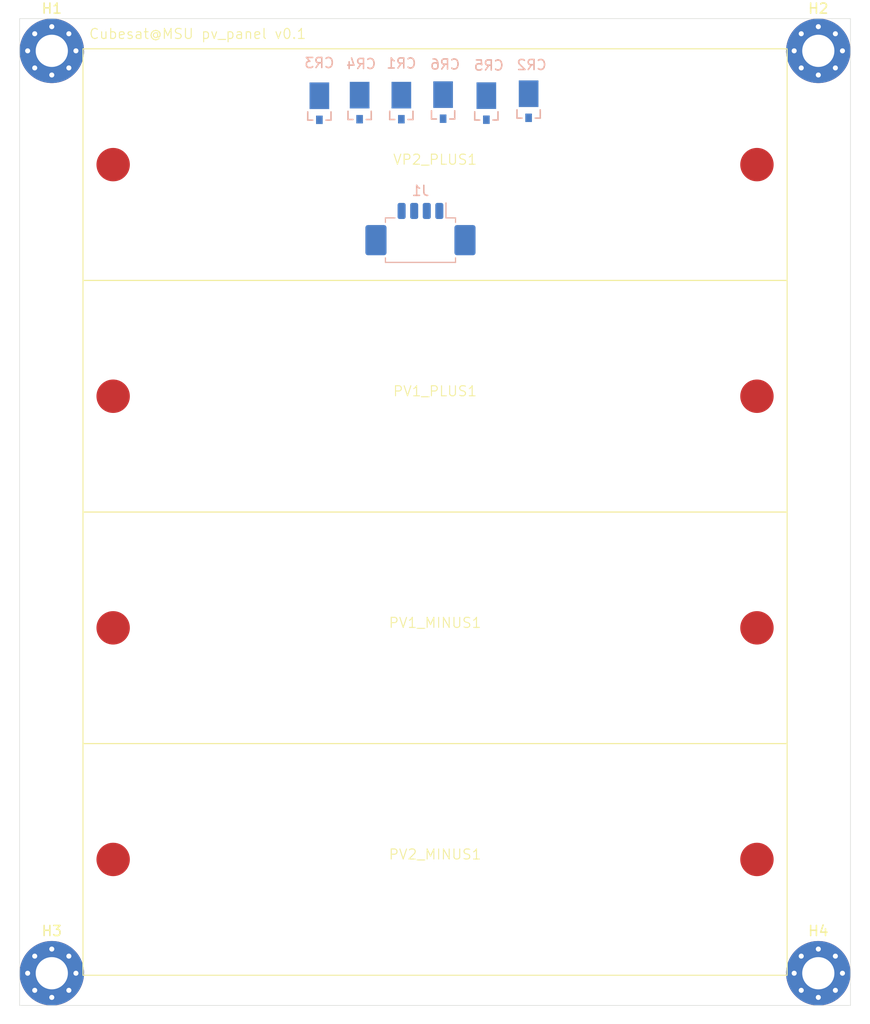
<source format=kicad_pcb>
(kicad_pcb (version 20241229) (generator "pcbnew") (generator_version "9.0")
  (layers (0 "F.Cu" signal) (2 "B.Cu" power) (13 "F.Paste" user) (15 "B.Paste" user) (5 "F.SilkS" user "F.Silkscreen") (7 "B.SilkS" user "B.Silkscreen") (1 "F.Mask" user) (3 "B.Mask" user) (25 "Edge.Cuts" user))
  (net 0 "")
  (net 1 "VPV_PLUS")
  (net 2 "Net-(PV1_PLUS1-+)")
  (net 3 "VPV_MINUS")
  (net 4 "Net-(PV1_MINUS1-+)")
  (net 5 "Net-(PV1_MINUS1--)")
  (net 6 "GND")
  (net 7 "Net-(PV1_PLUS1--)")
  (footprint "SM141K10TF:Untitled" (layer "F.Cu") (at 146.6 53.4)
    (property "Reference" "VP2_PLUS1" (at 0 -0.5 0) (layer "F.SilkS") (effects (font (thickness 0.1))))
    (property "Value" "SM141K10TF")
    (fp_line (start -35 -11.5) (end 35 -11.5) (stroke (width 0.1)) (layer "F.SilkS"))
    (fp_line (start -35 11.5) (end -35 -11.5) (stroke (width 0.1)) (layer "F.SilkS"))
    (fp_line (start 35 -11.5) (end 35 11.5) (stroke (width 0.1)) (layer "F.SilkS"))
    (fp_line (start 35 11.5) (end -35 11.5) (stroke (width 0.1)) (layer "F.SilkS"))
    (pad "1" smd circle (at -32 0) (size 3.32 3.32) (layers "F.Cu" "F.Mask" "F.Paste") (net 7 "Net-(PV1_PLUS1--)"))
    (pad "2" smd circle (at 32 0) (size 3.32 3.32) (layers "F.Cu" "F.Mask" "F.Paste") (net 6 "GND"))
  )
  (footprint "SM141K10TF:Untitled" (layer "F.Cu") (at 146.6 99.4)
    (property "Reference" "PV1_MINUS1" (at 0 -0.5 0) (layer "F.SilkS") (effects (font (thickness 0.1))))
    (property "Value" "SM141K10TF")
    (fp_line (start -35 -11.5) (end 35 -11.5) (stroke (width 0.1)) (layer "F.SilkS"))
    (fp_line (start -35 11.5) (end -35 -11.5) (stroke (width 0.1)) (layer "F.SilkS"))
    (fp_line (start 35 -11.5) (end 35 11.5) (stroke (width 0.1)) (layer "F.SilkS"))
    (fp_line (start 35 11.5) (end -35 11.5) (stroke (width 0.1)) (layer "F.SilkS"))
    (pad "1" smd circle (at -32 0) (size 3.32 3.32) (layers "F.Cu" "F.Mask" "F.Paste") (net 4 "Net-(PV1_MINUS1-+)"))
    (pad "2" smd circle (at 32 0) (size 3.32 3.32) (layers "F.Cu" "F.Mask" "F.Paste") (net 5 "Net-(PV1_MINUS1--)"))
  )
  (footprint "SM141K10TF:Untitled" (layer "F.Cu") (at 146.6 76.4)
    (property "Reference" "PV1_PLUS1" (at 0 -0.5 0) (layer "F.SilkS") (effects (font (thickness 0.1))))
    (property "Value" "SM141K10TF")
    (fp_line (start -35 -11.5) (end 35 -11.5) (stroke (width 0.1)) (layer "F.SilkS"))
    (fp_line (start -35 11.5) (end -35 -11.5) (stroke (width 0.1)) (layer "F.SilkS"))
    (fp_line (start 35 -11.5) (end 35 11.5) (stroke (width 0.1)) (layer "F.SilkS"))
    (fp_line (start 35 11.5) (end -35 11.5) (stroke (width 0.1)) (layer "F.SilkS"))
    (pad "1" smd circle (at -32 0) (size 3.32 3.32) (layers "F.Cu" "F.Mask" "F.Paste") (net 2 "Net-(PV1_PLUS1-+)"))
    (pad "2" smd circle (at 32 0) (size 3.32 3.32) (layers "F.Cu" "F.Mask" "F.Paste") (net 7 "Net-(PV1_PLUS1--)"))
  )
  (footprint "MountingHole:MountingHole_3.2mm_M3_Pad_Via" (layer "F.Cu") (at 108.5 42.1)
    (property "Reference" "H1" (at 0 -4.2 0) (layer "F.SilkS"))
    (property "Value" "MountingHole")
    (pad "1" thru_hole circle (at -2.4 0) (size 0.8 0.8) (drill 0.5) (layers "*.Cu" "*.Mask" "In1.Cu" "In2.Cu" "In3.Cu" "In4.Cu" "In5.Cu" "In6.Cu" "In7.Cu" "In8.Cu" "In9.Cu" "In10.Cu" "In11.Cu" "In12.Cu" "In13.Cu" "In14.Cu" "In15.Cu" "In16.Cu" "In17.Cu" "In18.Cu" "In19.Cu" "In20.Cu" "In21.Cu" "In22.Cu" "In23.Cu" "In24.Cu" "In25.Cu" "In26.Cu" "In27.Cu" "In28.Cu" "In29.Cu" "In30.Cu"))
    (pad "1" thru_hole circle (at -1.697056 -1.697056) (size 0.8 0.8) (drill 0.5) (layers "*.Cu" "*.Mask" "In1.Cu" "In2.Cu" "In3.Cu" "In4.Cu" "In5.Cu" "In6.Cu" "In7.Cu" "In8.Cu" "In9.Cu" "In10.Cu" "In11.Cu" "In12.Cu" "In13.Cu" "In14.Cu" "In15.Cu" "In16.Cu" "In17.Cu" "In18.Cu" "In19.Cu" "In20.Cu" "In21.Cu" "In22.Cu" "In23.Cu" "In24.Cu" "In25.Cu" "In26.Cu" "In27.Cu" "In28.Cu" "In29.Cu" "In30.Cu"))
    (pad "1" thru_hole circle (at -1.697056 1.697056) (size 0.8 0.8) (drill 0.5) (layers "*.Cu" "*.Mask" "In1.Cu" "In2.Cu" "In3.Cu" "In4.Cu" "In5.Cu" "In6.Cu" "In7.Cu" "In8.Cu" "In9.Cu" "In10.Cu" "In11.Cu" "In12.Cu" "In13.Cu" "In14.Cu" "In15.Cu" "In16.Cu" "In17.Cu" "In18.Cu" "In19.Cu" "In20.Cu" "In21.Cu" "In22.Cu" "In23.Cu" "In24.Cu" "In25.Cu" "In26.Cu" "In27.Cu" "In28.Cu" "In29.Cu" "In30.Cu"))
    (pad "1" thru_hole circle (at 0 -2.4) (size 0.8 0.8) (drill 0.5) (layers "*.Cu" "*.Mask" "In1.Cu" "In2.Cu" "In3.Cu" "In4.Cu" "In5.Cu" "In6.Cu" "In7.Cu" "In8.Cu" "In9.Cu" "In10.Cu" "In11.Cu" "In12.Cu" "In13.Cu" "In14.Cu" "In15.Cu" "In16.Cu" "In17.Cu" "In18.Cu" "In19.Cu" "In20.Cu" "In21.Cu" "In22.Cu" "In23.Cu" "In24.Cu" "In25.Cu" "In26.Cu" "In27.Cu" "In28.Cu" "In29.Cu" "In30.Cu"))
    (pad "1" thru_hole circle (at 0 0) (size 6.4 6.4) (drill 3.2) (layers "*.Cu" "*.Mask" "In1.Cu" "In2.Cu" "In3.Cu" "In4.Cu" "In5.Cu" "In6.Cu" "In7.Cu" "In8.Cu" "In9.Cu" "In10.Cu" "In11.Cu" "In12.Cu" "In13.Cu" "In14.Cu" "In15.Cu" "In16.Cu" "In17.Cu" "In18.Cu" "In19.Cu" "In20.Cu" "In21.Cu" "In22.Cu" "In23.Cu" "In24.Cu" "In25.Cu" "In26.Cu" "In27.Cu" "In28.Cu" "In29.Cu" "In30.Cu"))
    (pad "1" thru_hole circle (at 0 2.4) (size 0.8 0.8) (drill 0.5) (layers "*.Cu" "*.Mask" "In1.Cu" "In2.Cu" "In3.Cu" "In4.Cu" "In5.Cu" "In6.Cu" "In7.Cu" "In8.Cu" "In9.Cu" "In10.Cu" "In11.Cu" "In12.Cu" "In13.Cu" "In14.Cu" "In15.Cu" "In16.Cu" "In17.Cu" "In18.Cu" "In19.Cu" "In20.Cu" "In21.Cu" "In22.Cu" "In23.Cu" "In24.Cu" "In25.Cu" "In26.Cu" "In27.Cu" "In28.Cu" "In29.Cu" "In30.Cu"))
    (pad "1" thru_hole circle (at 1.697056 -1.697056) (size 0.8 0.8) (drill 0.5) (layers "*.Cu" "*.Mask" "In1.Cu" "In2.Cu" "In3.Cu" "In4.Cu" "In5.Cu" "In6.Cu" "In7.Cu" "In8.Cu" "In9.Cu" "In10.Cu" "In11.Cu" "In12.Cu" "In13.Cu" "In14.Cu" "In15.Cu" "In16.Cu" "In17.Cu" "In18.Cu" "In19.Cu" "In20.Cu" "In21.Cu" "In22.Cu" "In23.Cu" "In24.Cu" "In25.Cu" "In26.Cu" "In27.Cu" "In28.Cu" "In29.Cu" "In30.Cu"))
    (pad "1" thru_hole circle (at 1.697056 1.697056) (size 0.8 0.8) (drill 0.5) (layers "*.Cu" "*.Mask" "In1.Cu" "In2.Cu" "In3.Cu" "In4.Cu" "In5.Cu" "In6.Cu" "In7.Cu" "In8.Cu" "In9.Cu" "In10.Cu" "In11.Cu" "In12.Cu" "In13.Cu" "In14.Cu" "In15.Cu" "In16.Cu" "In17.Cu" "In18.Cu" "In19.Cu" "In20.Cu" "In21.Cu" "In22.Cu" "In23.Cu" "In24.Cu" "In25.Cu" "In26.Cu" "In27.Cu" "In28.Cu" "In29.Cu" "In30.Cu"))
    (pad "1" thru_hole circle (at 2.4 0) (size 0.8 0.8) (drill 0.5) (layers "*.Cu" "*.Mask" "In1.Cu" "In2.Cu" "In3.Cu" "In4.Cu" "In5.Cu" "In6.Cu" "In7.Cu" "In8.Cu" "In9.Cu" "In10.Cu" "In11.Cu" "In12.Cu" "In13.Cu" "In14.Cu" "In15.Cu" "In16.Cu" "In17.Cu" "In18.Cu" "In19.Cu" "In20.Cu" "In21.Cu" "In22.Cu" "In23.Cu" "In24.Cu" "In25.Cu" "In26.Cu" "In27.Cu" "In28.Cu" "In29.Cu" "In30.Cu"))
  )
  (footprint "SM141K10TF:Untitled" (layer "F.Cu") (at 146.6 122.4)
    (property "Reference" "PV2_MINUS1" (at 0 -0.5 0) (layer "F.SilkS") (effects (font (thickness 0.1))))
    (property "Value" "SM141K10TF")
    (fp_line (start -35 -11.5) (end 35 -11.5) (stroke (width 0.1)) (layer "F.SilkS"))
    (fp_line (start -35 11.5) (end -35 -11.5) (stroke (width 0.1)) (layer "F.SilkS"))
    (fp_line (start 35 -11.5) (end 35 11.5) (stroke (width 0.1)) (layer "F.SilkS"))
    (fp_line (start 35 11.5) (end -35 11.5) (stroke (width 0.1)) (layer "F.SilkS"))
    (pad "1" smd circle (at -32 0) (size 3.32 3.32) (layers "F.Cu" "F.Mask" "F.Paste") (net 5 "Net-(PV1_MINUS1--)"))
    (pad "2" smd circle (at 32 0) (size 3.32 3.32) (layers "F.Cu" "F.Mask" "F.Paste") (net 6 "GND"))
  )
  (footprint "MountingHole:MountingHole_3.2mm_M3_Pad_Via" (layer "F.Cu") (at 184.7 133.7)
    (property "Reference" "H4" (at 0 -4.2 0) (layer "F.SilkS"))
    (property "Value" "MountingHole")
    (pad "1" thru_hole circle (at -2.4 0) (size 0.8 0.8) (drill 0.5) (layers "*.Cu" "*.Mask" "In1.Cu" "In2.Cu" "In3.Cu" "In4.Cu" "In5.Cu" "In6.Cu" "In7.Cu" "In8.Cu" "In9.Cu" "In10.Cu" "In11.Cu" "In12.Cu" "In13.Cu" "In14.Cu" "In15.Cu" "In16.Cu" "In17.Cu" "In18.Cu" "In19.Cu" "In20.Cu" "In21.Cu" "In22.Cu" "In23.Cu" "In24.Cu" "In25.Cu" "In26.Cu" "In27.Cu" "In28.Cu" "In29.Cu" "In30.Cu"))
    (pad "1" thru_hole circle (at -1.697056 -1.697056) (size 0.8 0.8) (drill 0.5) (layers "*.Cu" "*.Mask" "In1.Cu" "In2.Cu" "In3.Cu" "In4.Cu" "In5.Cu" "In6.Cu" "In7.Cu" "In8.Cu" "In9.Cu" "In10.Cu" "In11.Cu" "In12.Cu" "In13.Cu" "In14.Cu" "In15.Cu" "In16.Cu" "In17.Cu" "In18.Cu" "In19.Cu" "In20.Cu" "In21.Cu" "In22.Cu" "In23.Cu" "In24.Cu" "In25.Cu" "In26.Cu" "In27.Cu" "In28.Cu" "In29.Cu" "In30.Cu"))
    (pad "1" thru_hole circle (at -1.697056 1.697056) (size 0.8 0.8) (drill 0.5) (layers "*.Cu" "*.Mask" "In1.Cu" "In2.Cu" "In3.Cu" "In4.Cu" "In5.Cu" "In6.Cu" "In7.Cu" "In8.Cu" "In9.Cu" "In10.Cu" "In11.Cu" "In12.Cu" "In13.Cu" "In14.Cu" "In15.Cu" "In16.Cu" "In17.Cu" "In18.Cu" "In19.Cu" "In20.Cu" "In21.Cu" "In22.Cu" "In23.Cu" "In24.Cu" "In25.Cu" "In26.Cu" "In27.Cu" "In28.Cu" "In29.Cu" "In30.Cu"))
    (pad "1" thru_hole circle (at 0 -2.4) (size 0.8 0.8) (drill 0.5) (layers "*.Cu" "*.Mask" "In1.Cu" "In2.Cu" "In3.Cu" "In4.Cu" "In5.Cu" "In6.Cu" "In7.Cu" "In8.Cu" "In9.Cu" "In10.Cu" "In11.Cu" "In12.Cu" "In13.Cu" "In14.Cu" "In15.Cu" "In16.Cu" "In17.Cu" "In18.Cu" "In19.Cu" "In20.Cu" "In21.Cu" "In22.Cu" "In23.Cu" "In24.Cu" "In25.Cu" "In26.Cu" "In27.Cu" "In28.Cu" "In29.Cu" "In30.Cu"))
    (pad "1" thru_hole circle (at 0 0) (size 6.4 6.4) (drill 3.2) (layers "*.Cu" "*.Mask" "In1.Cu" "In2.Cu" "In3.Cu" "In4.Cu" "In5.Cu" "In6.Cu" "In7.Cu" "In8.Cu" "In9.Cu" "In10.Cu" "In11.Cu" "In12.Cu" "In13.Cu" "In14.Cu" "In15.Cu" "In16.Cu" "In17.Cu" "In18.Cu" "In19.Cu" "In20.Cu" "In21.Cu" "In22.Cu" "In23.Cu" "In24.Cu" "In25.Cu" "In26.Cu" "In27.Cu" "In28.Cu" "In29.Cu" "In30.Cu"))
    (pad "1" thru_hole circle (at 0 2.4) (size 0.8 0.8) (drill 0.5) (layers "*.Cu" "*.Mask" "In1.Cu" "In2.Cu" "In3.Cu" "In4.Cu" "In5.Cu" "In6.Cu" "In7.Cu" "In8.Cu" "In9.Cu" "In10.Cu" "In11.Cu" "In12.Cu" "In13.Cu" "In14.Cu" "In15.Cu" "In16.Cu" "In17.Cu" "In18.Cu" "In19.Cu" "In20.Cu" "In21.Cu" "In22.Cu" "In23.Cu" "In24.Cu" "In25.Cu" "In26.Cu" "In27.Cu" "In28.Cu" "In29.Cu" "In30.Cu"))
    (pad "1" thru_hole circle (at 1.697056 -1.697056) (size 0.8 0.8) (drill 0.5) (layers "*.Cu" "*.Mask" "In1.Cu" "In2.Cu" "In3.Cu" "In4.Cu" "In5.Cu" "In6.Cu" "In7.Cu" "In8.Cu" "In9.Cu" "In10.Cu" "In11.Cu" "In12.Cu" "In13.Cu" "In14.Cu" "In15.Cu" "In16.Cu" "In17.Cu" "In18.Cu" "In19.Cu" "In20.Cu" "In21.Cu" "In22.Cu" "In23.Cu" "In24.Cu" "In25.Cu" "In26.Cu" "In27.Cu" "In28.Cu" "In29.Cu" "In30.Cu"))
    (pad "1" thru_hole circle (at 1.697056 1.697056) (size 0.8 0.8) (drill 0.5) (layers "*.Cu" "*.Mask" "In1.Cu" "In2.Cu" "In3.Cu" "In4.Cu" "In5.Cu" "In6.Cu" "In7.Cu" "In8.Cu" "In9.Cu" "In10.Cu" "In11.Cu" "In12.Cu" "In13.Cu" "In14.Cu" "In15.Cu" "In16.Cu" "In17.Cu" "In18.Cu" "In19.Cu" "In20.Cu" "In21.Cu" "In22.Cu" "In23.Cu" "In24.Cu" "In25.Cu" "In26.Cu" "In27.Cu" "In28.Cu" "In29.Cu" "In30.Cu"))
    (pad "1" thru_hole circle (at 2.4 0) (size 0.8 0.8) (drill 0.5) (layers "*.Cu" "*.Mask" "In1.Cu" "In2.Cu" "In3.Cu" "In4.Cu" "In5.Cu" "In6.Cu" "In7.Cu" "In8.Cu" "In9.Cu" "In10.Cu" "In11.Cu" "In12.Cu" "In13.Cu" "In14.Cu" "In15.Cu" "In16.Cu" "In17.Cu" "In18.Cu" "In19.Cu" "In20.Cu" "In21.Cu" "In22.Cu" "In23.Cu" "In24.Cu" "In25.Cu" "In26.Cu" "In27.Cu" "In28.Cu" "In29.Cu" "In30.Cu"))
  )
  (footprint "MountingHole:MountingHole_3.2mm_M3_Pad_Via" (layer "F.Cu") (at 108.5 133.7)
    (property "Reference" "H3" (at 0 -4.2 0) (layer "F.SilkS"))
    (property "Value" "MountingHole")
    (pad "1" thru_hole circle (at -2.4 0) (size 0.8 0.8) (drill 0.5) (layers "*.Cu" "*.Mask" "In1.Cu" "In2.Cu" "In3.Cu" "In4.Cu" "In5.Cu" "In6.Cu" "In7.Cu" "In8.Cu" "In9.Cu" "In10.Cu" "In11.Cu" "In12.Cu" "In13.Cu" "In14.Cu" "In15.Cu" "In16.Cu" "In17.Cu" "In18.Cu" "In19.Cu" "In20.Cu" "In21.Cu" "In22.Cu" "In23.Cu" "In24.Cu" "In25.Cu" "In26.Cu" "In27.Cu" "In28.Cu" "In29.Cu" "In30.Cu"))
    (pad "1" thru_hole circle (at -1.697056 -1.697056) (size 0.8 0.8) (drill 0.5) (layers "*.Cu" "*.Mask" "In1.Cu" "In2.Cu" "In3.Cu" "In4.Cu" "In5.Cu" "In6.Cu" "In7.Cu" "In8.Cu" "In9.Cu" "In10.Cu" "In11.Cu" "In12.Cu" "In13.Cu" "In14.Cu" "In15.Cu" "In16.Cu" "In17.Cu" "In18.Cu" "In19.Cu" "In20.Cu" "In21.Cu" "In22.Cu" "In23.Cu" "In24.Cu" "In25.Cu" "In26.Cu" "In27.Cu" "In28.Cu" "In29.Cu" "In30.Cu"))
    (pad "1" thru_hole circle (at -1.697056 1.697056) (size 0.8 0.8) (drill 0.5) (layers "*.Cu" "*.Mask" "In1.Cu" "In2.Cu" "In3.Cu" "In4.Cu" "In5.Cu" "In6.Cu" "In7.Cu" "In8.Cu" "In9.Cu" "In10.Cu" "In11.Cu" "In12.Cu" "In13.Cu" "In14.Cu" "In15.Cu" "In16.Cu" "In17.Cu" "In18.Cu" "In19.Cu" "In20.Cu" "In21.Cu" "In22.Cu" "In23.Cu" "In24.Cu" "In25.Cu" "In26.Cu" "In27.Cu" "In28.Cu" "In29.Cu" "In30.Cu"))
    (pad "1" thru_hole circle (at 0 -2.4) (size 0.8 0.8) (drill 0.5) (layers "*.Cu" "*.Mask" "In1.Cu" "In2.Cu" "In3.Cu" "In4.Cu" "In5.Cu" "In6.Cu" "In7.Cu" "In8.Cu" "In9.Cu" "In10.Cu" "In11.Cu" "In12.Cu" "In13.Cu" "In14.Cu" "In15.Cu" "In16.Cu" "In17.Cu" "In18.Cu" "In19.Cu" "In20.Cu" "In21.Cu" "In22.Cu" "In23.Cu" "In24.Cu" "In25.Cu" "In26.Cu" "In27.Cu" "In28.Cu" "In29.Cu" "In30.Cu"))
    (pad "1" thru_hole circle (at 0 0) (size 6.4 6.4) (drill 3.2) (layers "*.Cu" "*.Mask" "In1.Cu" "In2.Cu" "In3.Cu" "In4.Cu" "In5.Cu" "In6.Cu" "In7.Cu" "In8.Cu" "In9.Cu" "In10.Cu" "In11.Cu" "In12.Cu" "In13.Cu" "In14.Cu" "In15.Cu" "In16.Cu" "In17.Cu" "In18.Cu" "In19.Cu" "In20.Cu" "In21.Cu" "In22.Cu" "In23.Cu" "In24.Cu" "In25.Cu" "In26.Cu" "In27.Cu" "In28.Cu" "In29.Cu" "In30.Cu"))
    (pad "1" thru_hole circle (at 0 2.4) (size 0.8 0.8) (drill 0.5) (layers "*.Cu" "*.Mask" "In1.Cu" "In2.Cu" "In3.Cu" "In4.Cu" "In5.Cu" "In6.Cu" "In7.Cu" "In8.Cu" "In9.Cu" "In10.Cu" "In11.Cu" "In12.Cu" "In13.Cu" "In14.Cu" "In15.Cu" "In16.Cu" "In17.Cu" "In18.Cu" "In19.Cu" "In20.Cu" "In21.Cu" "In22.Cu" "In23.Cu" "In24.Cu" "In25.Cu" "In26.Cu" "In27.Cu" "In28.Cu" "In29.Cu" "In30.Cu"))
    (pad "1" thru_hole circle (at 1.697056 -1.697056) (size 0.8 0.8) (drill 0.5) (layers "*.Cu" "*.Mask" "In1.Cu" "In2.Cu" "In3.Cu" "In4.Cu" "In5.Cu" "In6.Cu" "In7.Cu" "In8.Cu" "In9.Cu" "In10.Cu" "In11.Cu" "In12.Cu" "In13.Cu" "In14.Cu" "In15.Cu" "In16.Cu" "In17.Cu" "In18.Cu" "In19.Cu" "In20.Cu" "In21.Cu" "In22.Cu" "In23.Cu" "In24.Cu" "In25.Cu" "In26.Cu" "In27.Cu" "In28.Cu" "In29.Cu" "In30.Cu"))
    (pad "1" thru_hole circle (at 1.697056 1.697056) (size 0.8 0.8) (drill 0.5) (layers "*.Cu" "*.Mask" "In1.Cu" "In2.Cu" "In3.Cu" "In4.Cu" "In5.Cu" "In6.Cu" "In7.Cu" "In8.Cu" "In9.Cu" "In10.Cu" "In11.Cu" "In12.Cu" "In13.Cu" "In14.Cu" "In15.Cu" "In16.Cu" "In17.Cu" "In18.Cu" "In19.Cu" "In20.Cu" "In21.Cu" "In22.Cu" "In23.Cu" "In24.Cu" "In25.Cu" "In26.Cu" "In27.Cu" "In28.Cu" "In29.Cu" "In30.Cu"))
    (pad "1" thru_hole circle (at 2.4 0) (size 0.8 0.8) (drill 0.5) (layers "*.Cu" "*.Mask" "In1.Cu" "In2.Cu" "In3.Cu" "In4.Cu" "In5.Cu" "In6.Cu" "In7.Cu" "In8.Cu" "In9.Cu" "In10.Cu" "In11.Cu" "In12.Cu" "In13.Cu" "In14.Cu" "In15.Cu" "In16.Cu" "In17.Cu" "In18.Cu" "In19.Cu" "In20.Cu" "In21.Cu" "In22.Cu" "In23.Cu" "In24.Cu" "In25.Cu" "In26.Cu" "In27.Cu" "In28.Cu" "In29.Cu" "In30.Cu"))
  )
  (footprint "MountingHole:MountingHole_3.2mm_M3_Pad_Via" (layer "F.Cu") (at 184.7 42.1)
    (property "Reference" "H2" (at 0 -4.2 0) (layer "F.SilkS"))
    (property "Value" "MountingHole")
    (pad "1" thru_hole circle (at -2.4 0) (size 0.8 0.8) (drill 0.5) (layers "*.Cu" "*.Mask" "In1.Cu" "In2.Cu" "In3.Cu" "In4.Cu" "In5.Cu" "In6.Cu" "In7.Cu" "In8.Cu" "In9.Cu" "In10.Cu" "In11.Cu" "In12.Cu" "In13.Cu" "In14.Cu" "In15.Cu" "In16.Cu" "In17.Cu" "In18.Cu" "In19.Cu" "In20.Cu" "In21.Cu" "In22.Cu" "In23.Cu" "In24.Cu" "In25.Cu" "In26.Cu" "In27.Cu" "In28.Cu" "In29.Cu" "In30.Cu"))
    (pad "1" thru_hole circle (at -1.697056 -1.697056) (size 0.8 0.8) (drill 0.5) (layers "*.Cu" "*.Mask" "In1.Cu" "In2.Cu" "In3.Cu" "In4.Cu" "In5.Cu" "In6.Cu" "In7.Cu" "In8.Cu" "In9.Cu" "In10.Cu" "In11.Cu" "In12.Cu" "In13.Cu" "In14.Cu" "In15.Cu" "In16.Cu" "In17.Cu" "In18.Cu" "In19.Cu" "In20.Cu" "In21.Cu" "In22.Cu" "In23.Cu" "In24.Cu" "In25.Cu" "In26.Cu" "In27.Cu" "In28.Cu" "In29.Cu" "In30.Cu"))
    (pad "1" thru_hole circle (at -1.697056 1.697056) (size 0.8 0.8) (drill 0.5) (layers "*.Cu" "*.Mask" "In1.Cu" "In2.Cu" "In3.Cu" "In4.Cu" "In5.Cu" "In6.Cu" "In7.Cu" "In8.Cu" "In9.Cu" "In10.Cu" "In11.Cu" "In12.Cu" "In13.Cu" "In14.Cu" "In15.Cu" "In16.Cu" "In17.Cu" "In18.Cu" "In19.Cu" "In20.Cu" "In21.Cu" "In22.Cu" "In23.Cu" "In24.Cu" "In25.Cu" "In26.Cu" "In27.Cu" "In28.Cu" "In29.Cu" "In30.Cu"))
    (pad "1" thru_hole circle (at 0 -2.4) (size 0.8 0.8) (drill 0.5) (layers "*.Cu" "*.Mask" "In1.Cu" "In2.Cu" "In3.Cu" "In4.Cu" "In5.Cu" "In6.Cu" "In7.Cu" "In8.Cu" "In9.Cu" "In10.Cu" "In11.Cu" "In12.Cu" "In13.Cu" "In14.Cu" "In15.Cu" "In16.Cu" "In17.Cu" "In18.Cu" "In19.Cu" "In20.Cu" "In21.Cu" "In22.Cu" "In23.Cu" "In24.Cu" "In25.Cu" "In26.Cu" "In27.Cu" "In28.Cu" "In29.Cu" "In30.Cu"))
    (pad "1" thru_hole circle (at 0 0) (size 6.4 6.4) (drill 3.2) (layers "*.Cu" "*.Mask" "In1.Cu" "In2.Cu" "In3.Cu" "In4.Cu" "In5.Cu" "In6.Cu" "In7.Cu" "In8.Cu" "In9.Cu" "In10.Cu" "In11.Cu" "In12.Cu" "In13.Cu" "In14.Cu" "In15.Cu" "In16.Cu" "In17.Cu" "In18.Cu" "In19.Cu" "In20.Cu" "In21.Cu" "In22.Cu" "In23.Cu" "In24.Cu" "In25.Cu" "In26.Cu" "In27.Cu" "In28.Cu" "In29.Cu" "In30.Cu"))
    (pad "1" thru_hole circle (at 0 2.4) (size 0.8 0.8) (drill 0.5) (layers "*.Cu" "*.Mask" "In1.Cu" "In2.Cu" "In3.Cu" "In4.Cu" "In5.Cu" "In6.Cu" "In7.Cu" "In8.Cu" "In9.Cu" "In10.Cu" "In11.Cu" "In12.Cu" "In13.Cu" "In14.Cu" "In15.Cu" "In16.Cu" "In17.Cu" "In18.Cu" "In19.Cu" "In20.Cu" "In21.Cu" "In22.Cu" "In23.Cu" "In24.Cu" "In25.Cu" "In26.Cu" "In27.Cu" "In28.Cu" "In29.Cu" "In30.Cu"))
    (pad "1" thru_hole circle (at 1.697056 -1.697056) (size 0.8 0.8) (drill 0.5) (layers "*.Cu" "*.Mask" "In1.Cu" "In2.Cu" "In3.Cu" "In4.Cu" "In5.Cu" "In6.Cu" "In7.Cu" "In8.Cu" "In9.Cu" "In10.Cu" "In11.Cu" "In12.Cu" "In13.Cu" "In14.Cu" "In15.Cu" "In16.Cu" "In17.Cu" "In18.Cu" "In19.Cu" "In20.Cu" "In21.Cu" "In22.Cu" "In23.Cu" "In24.Cu" "In25.Cu" "In26.Cu" "In27.Cu" "In28.Cu" "In29.Cu" "In30.Cu"))
    (pad "1" thru_hole circle (at 1.697056 1.697056) (size 0.8 0.8) (drill 0.5) (layers "*.Cu" "*.Mask" "In1.Cu" "In2.Cu" "In3.Cu" "In4.Cu" "In5.Cu" "In6.Cu" "In7.Cu" "In8.Cu" "In9.Cu" "In10.Cu" "In11.Cu" "In12.Cu" "In13.Cu" "In14.Cu" "In15.Cu" "In16.Cu" "In17.Cu" "In18.Cu" "In19.Cu" "In20.Cu" "In21.Cu" "In22.Cu" "In23.Cu" "In24.Cu" "In25.Cu" "In26.Cu" "In27.Cu" "In28.Cu" "In29.Cu" "In30.Cu"))
    (pad "1" thru_hole circle (at 2.4 0) (size 0.8 0.8) (drill 0.5) (layers "*.Cu" "*.Mask" "In1.Cu" "In2.Cu" "In3.Cu" "In4.Cu" "In5.Cu" "In6.Cu" "In7.Cu" "In8.Cu" "In9.Cu" "In10.Cu" "In11.Cu" "In12.Cu" "In13.Cu" "In14.Cu" "In15.Cu" "In16.Cu" "In17.Cu" "In18.Cu" "In19.Cu" "In20.Cu" "In21.Cu" "In22.Cu" "In23.Cu" "In24.Cu" "In25.Cu" "In26.Cu" "In27.Cu" "In28.Cu" "In29.Cu" "In30.Cu"))
  )
  (footprint "Connector_Molex:Molex_PicoBlade_53261-0471_1x04-1MP_P1.25mm_Horizontal" (layer "B.Cu") (at 145.15 60.4 180)
    (property "Reference" "J1" (at 0 4.4 0) (layer "B.SilkS") (effects (justify mirror)))
    (property "Value" "Conn_01x04_Pin")
    (fp_line (start 3.485 1.71) (end 2.535 1.71) (stroke (width 0.12)) (layer "B.SilkS"))
    (fp_line (start 3.485 1.26) (end 3.485 1.71) (stroke (width 0.12)) (layer "B.SilkS"))
    (fp_line (start 3.485 -2.71) (end 3.485 -2.26) (stroke (width 0.12)) (layer "B.SilkS"))
    (fp_line (start -2.535 1.71) (end -2.535 3.2) (stroke (width 0.12)) (layer "B.SilkS"))
    (fp_line (start -3.485 1.71) (end -2.535 1.71) (stroke (width 0.12)) (layer "B.SilkS"))
    (fp_line (start -3.485 1.26) (end -3.485 1.71) (stroke (width 0.12)) (layer "B.SilkS"))
    (fp_line (start -3.485 -2.26) (end -3.485 -2.71) (stroke (width 0.12)) (layer "B.SilkS"))
    (fp_line (start -3.485 -2.71) (end 3.485 -2.71) (stroke (width 0.12)) (layer "B.SilkS"))
    (pad "1" smd roundrect (at -1.875 2.4 180) (size 0.8 1.6) (layers "B.Cu" "B.Mask" "B.Paste") (net 1 "VPV_PLUS"))
    (pad "2" smd roundrect (at -0.625 2.4 180) (size 0.8 1.6) (layers "B.Cu" "B.Mask" "B.Paste") (net 3 "VPV_MINUS"))
    (pad "3" smd roundrect (at 0.625 2.4 180) (size 0.8 1.6) (layers "B.Cu" "B.Mask" "B.Paste") (net 6 "GND"))
    (pad "4" smd roundrect (at 1.875 2.4 180) (size 0.8 1.6) (layers "B.Cu" "B.Mask" "B.Paste") (net 6 "GND"))
    (pad "MP" smd roundrect (at -4.425 -0.5 180) (size 2.1 3) (layers "B.Cu" "B.Mask" "B.Paste") (roundrect_rratio 0.119048))
    (pad "MP" smd roundrect (at 4.425 -0.5 180) (size 2.1 3) (layers "B.Cu" "B.Mask" "B.Paste") (roundrect_rratio 0.119048))
  )
  (footprint "STPS1L40MF:STMITEFLAT_STM" (layer "B.Cu") (at 139.1 47.2441 90)
    (property "Reference" "CR4" (at 3.8441 0.15 0) (layer "B.SilkS") (effects (justify mirror)))
    (property "Value" "STPS1L30MF")
    (fp_line (start -0.857953 -1.1557) (end -1.6764 -1.1557) (stroke (width 0.1524)) (layer "B.SilkS"))
    (fp_line (start -1.6764 -1.1557) (end -1.6764 -0.66294) (stroke (width 0.1524)) (layer "B.SilkS"))
    (fp_line (start -1.6764 0.66294) (end -1.6764 1.1557) (stroke (width 0.1524)) (layer "B.SilkS"))
    (fp_line (start -1.6764 1.1557) (end -0.857953 1.1557) (stroke (width 0.1524)) (layer "B.SilkS"))
    (pad "1" smd rect (at -1.6461 0 90) (size 0.8382 0.6604) (layers "B.Cu" "B.Mask" "B.Paste") (net 6 "GND"))
    (pad "2" smd rect (at 0.7441 0 90) (size 2.6416 1.9558) (layers "B.Cu" "B.Mask" "B.Paste") (net 5 "Net-(PV1_MINUS1--)"))
  )
  (footprint "STPS1L40MF:STMITEFLAT_STM" (layer "B.Cu") (at 151.7 47.2941 90)
    (property "Reference" "CR5" (at 3.7441 0.25 0) (layer "B.SilkS") (effects (justify mirror)))
    (property "Value" "STPS1L30MF")
    (fp_line (start -0.857953 -1.1557) (end -1.6764 -1.1557) (stroke (width 0.1524)) (layer "B.SilkS"))
    (fp_line (start -1.6764 -1.1557) (end -1.6764 -0.66294) (stroke (width 0.1524)) (layer "B.SilkS"))
    (fp_line (start -1.6764 0.66294) (end -1.6764 1.1557) (stroke (width 0.1524)) (layer "B.SilkS"))
    (fp_line (start -1.6764 1.1557) (end -0.857953 1.1557) (stroke (width 0.1524)) (layer "B.SilkS"))
    (pad "1" smd rect (at -1.6461 0 90) (size 0.8382 0.6604) (layers "B.Cu" "B.Mask" "B.Paste") (net 6 "GND"))
    (pad "2" smd rect (at 0.7441 0 90) (size 2.6416 1.9558) (layers "B.Cu" "B.Mask" "B.Paste") (net 7 "Net-(PV1_PLUS1--)"))
  )
  (footprint "STPS1L40MF:STMITEFLAT_STM" (layer "B.Cu") (at 155.9 47.1039 90)
    (property "Reference" "CR2" (at 3.6039 0.3 0) (layer "B.SilkS") (effects (justify mirror)))
    (property "Value" "STPS1L30MF")
    (fp_line (start -0.857953 -1.1557) (end -1.6764 -1.1557) (stroke (width 0.1524)) (layer "B.SilkS"))
    (fp_line (start -1.6764 -1.1557) (end -1.6764 -0.66294) (stroke (width 0.1524)) (layer "B.SilkS"))
    (fp_line (start -1.6764 0.66294) (end -1.6764 1.1557) (stroke (width 0.1524)) (layer "B.SilkS"))
    (fp_line (start -1.6764 1.1557) (end -0.857953 1.1557) (stroke (width 0.1524)) (layer "B.SilkS"))
    (pad "1" smd rect (at -1.6461 0 90) (size 0.8382 0.6604) (layers "B.Cu" "B.Mask" "B.Paste") (net 4 "Net-(PV1_MINUS1-+)"))
    (pad "2" smd rect (at 0.7441 0 90) (size 2.6416 1.9558) (layers "B.Cu" "B.Mask" "B.Paste") (net 3 "VPV_MINUS"))
  )
  (footprint "STPS1L40MF:STMITEFLAT_STM" (layer "B.Cu") (at 135.1 47.3039 90)
    (property "Reference" "CR3" (at 4 0 0) (layer "B.SilkS") (effects (justify mirror)))
    (property "Value" "STPS1L30MF")
    (fp_line (start -0.857953 -1.1557) (end -1.6764 -1.1557) (stroke (width 0.1524)) (layer "B.SilkS"))
    (fp_line (start -1.6764 -1.1557) (end -1.6764 -0.66294) (stroke (width 0.1524)) (layer "B.SilkS"))
    (fp_line (start -1.6764 0.66294) (end -1.6764 1.1557) (stroke (width 0.1524)) (layer "B.SilkS"))
    (fp_line (start -1.6764 1.1557) (end -0.857953 1.1557) (stroke (width 0.1524)) (layer "B.SilkS"))
    (pad "1" smd rect (at -1.6461 0 90) (size 0.8382 0.6604) (layers "B.Cu" "B.Mask" "B.Paste") (net 5 "Net-(PV1_MINUS1--)"))
    (pad "2" smd rect (at 0.7441 0 90) (size 2.6416 1.9558) (layers "B.Cu" "B.Mask" "B.Paste") (net 4 "Net-(PV1_MINUS1-+)"))
  )
  (footprint "STPS1L40MF:STMITEFLAT_STM" (layer "B.Cu") (at 143.25 47.2441 90)
    (property "Reference" "CR1" (at 3.8941 0 0) (layer "B.SilkS") (effects (justify mirror)))
    (property "Value" "STPS1L30MF")
    (fp_line (start -0.857953 -1.1557) (end -1.6764 -1.1557) (stroke (width 0.1524)) (layer "B.SilkS"))
    (fp_line (start -1.6764 -1.1557) (end -1.6764 -0.66294) (stroke (width 0.1524)) (layer "B.SilkS"))
    (fp_line (start -1.6764 0.66294) (end -1.6764 1.1557) (stroke (width 0.1524)) (layer "B.SilkS"))
    (fp_line (start -1.6764 1.1557) (end -0.857953 1.1557) (stroke (width 0.1524)) (layer "B.SilkS"))
    (pad "1" smd rect (at -1.6461 0 90) (size 0.8382 0.6604) (layers "B.Cu" "B.Mask" "B.Paste") (net 2 "Net-(PV1_PLUS1-+)"))
    (pad "2" smd rect (at 0.7441 0 90) (size 2.6416 1.9558) (layers "B.Cu" "B.Mask" "B.Paste") (net 1 "VPV_PLUS"))
  )
  (footprint "STPS1L40MF:STMITEFLAT_STM" (layer "B.Cu") (at 147.4 47.1941 90)
    (property "Reference" "CR6" (at 3.7441 0.2 0) (layer "B.SilkS") (effects (justify mirror)))
    (property "Value" "STPS1L30MF")
    (fp_line (start -0.857953 -1.1557) (end -1.6764 -1.1557) (stroke (width 0.1524)) (layer "B.SilkS"))
    (fp_line (start -1.6764 -1.1557) (end -1.6764 -0.66294) (stroke (width 0.1524)) (layer "B.SilkS"))
    (fp_line (start -1.6764 0.66294) (end -1.6764 1.1557) (stroke (width 0.1524)) (layer "B.SilkS"))
    (fp_line (start -1.6764 1.1557) (end -0.857953 1.1557) (stroke (width 0.1524)) (layer "B.SilkS"))
    (pad "1" smd rect (at -1.6461 0 90) (size 0.8382 0.6604) (layers "B.Cu" "B.Mask" "B.Paste") (net 7 "Net-(PV1_PLUS1--)"))
    (pad "2" smd rect (at 0.7441 0 90) (size 2.6416 1.9558) (layers "B.Cu" "B.Mask" "B.Paste") (net 2 "Net-(PV1_PLUS1-+)"))
  )
  (gr_rect (start 105.3 38.9) (end 187.9 136.9) (stroke (width 0.05)) (fill no) (layer "Edge.Cuts"))
  (gr_text "Cubesat@MSU pv_panel v0.1" (at 112.15 41 0) (layer "F.SilkS") (effects (font (size 1 1) (thickness 0.1)) (justify left bottom)))
)
</source>
